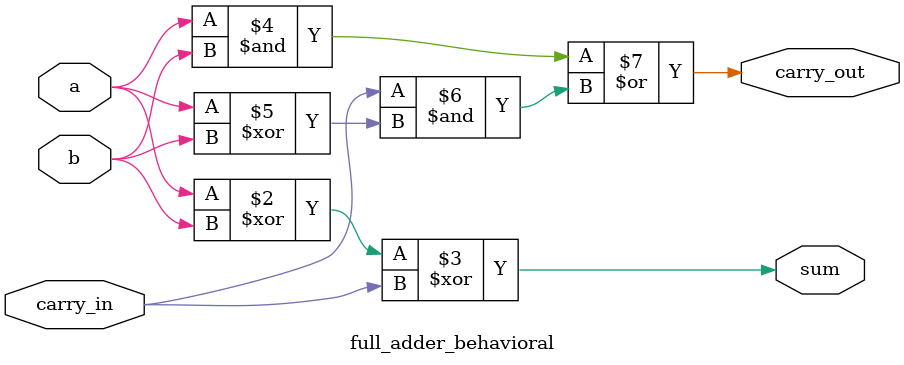
<source format=v>
module full_adder_behavioral(
	input a,
	input b,
	input carry_in,
	// reg because it is used in a always procedure
	output reg sum,
	output reg carry_out
	);
	
	always @(a or b or carry_in) begin
		sum= a^b^carry_in;
		carry_out= (a&b)|(carry_in&(a^b));
	end
	
endmodule
	
</source>
